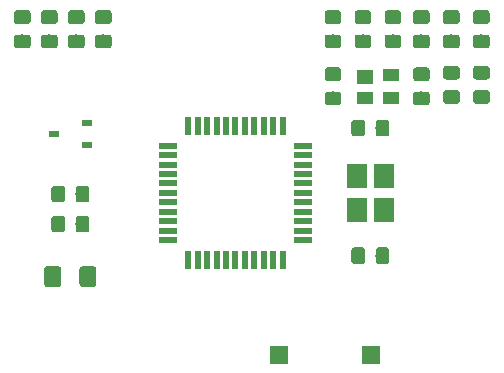
<source format=gbr>
%TF.GenerationSoftware,KiCad,Pcbnew,(5.1.2)-2*%
%TF.CreationDate,2020-04-26T17:29:46+08:00*%
%TF.ProjectId,wing-receiver-lite,77696e67-2d72-4656-9365-697665722d6c,rev?*%
%TF.SameCoordinates,Original*%
%TF.FileFunction,Paste,Top*%
%TF.FilePolarity,Positive*%
%FSLAX46Y46*%
G04 Gerber Fmt 4.6, Leading zero omitted, Abs format (unit mm)*
G04 Created by KiCad (PCBNEW (5.1.2)-2) date 2020-04-26 17:29:46*
%MOMM*%
%LPD*%
G04 APERTURE LIST*
%ADD10C,0.350000*%
%ADD11C,1.150000*%
%ADD12R,1.400000X1.000000*%
%ADD13R,1.400000X1.200000*%
%ADD14R,1.800000X2.100000*%
%ADD15R,1.500000X0.550000*%
%ADD16R,0.550000X1.500000*%
%ADD17R,1.500000X1.500000*%
%ADD18C,1.425000*%
%ADD19R,0.900000X0.600000*%
G04 APERTURE END LIST*
D10*
G36*
X119102505Y-90108804D02*
G01*
X119126773Y-90112404D01*
X119150572Y-90118365D01*
X119173671Y-90126630D01*
X119195850Y-90137120D01*
X119216893Y-90149732D01*
X119236599Y-90164347D01*
X119254777Y-90180823D01*
X119271253Y-90199001D01*
X119285868Y-90218707D01*
X119298480Y-90239750D01*
X119308970Y-90261929D01*
X119317235Y-90285028D01*
X119323196Y-90308827D01*
X119326796Y-90333095D01*
X119328000Y-90357599D01*
X119328000Y-91007601D01*
X119326796Y-91032105D01*
X119323196Y-91056373D01*
X119317235Y-91080172D01*
X119308970Y-91103271D01*
X119298480Y-91125450D01*
X119285868Y-91146493D01*
X119271253Y-91166199D01*
X119254777Y-91184377D01*
X119236599Y-91200853D01*
X119216893Y-91215468D01*
X119195850Y-91228080D01*
X119173671Y-91238570D01*
X119150572Y-91246835D01*
X119126773Y-91252796D01*
X119102505Y-91256396D01*
X119078001Y-91257600D01*
X118177999Y-91257600D01*
X118153495Y-91256396D01*
X118129227Y-91252796D01*
X118105428Y-91246835D01*
X118082329Y-91238570D01*
X118060150Y-91228080D01*
X118039107Y-91215468D01*
X118019401Y-91200853D01*
X118001223Y-91184377D01*
X117984747Y-91166199D01*
X117970132Y-91146493D01*
X117957520Y-91125450D01*
X117947030Y-91103271D01*
X117938765Y-91080172D01*
X117932804Y-91056373D01*
X117929204Y-91032105D01*
X117928000Y-91007601D01*
X117928000Y-90357599D01*
X117929204Y-90333095D01*
X117932804Y-90308827D01*
X117938765Y-90285028D01*
X117947030Y-90261929D01*
X117957520Y-90239750D01*
X117970132Y-90218707D01*
X117984747Y-90199001D01*
X118001223Y-90180823D01*
X118019401Y-90164347D01*
X118039107Y-90149732D01*
X118060150Y-90137120D01*
X118082329Y-90126630D01*
X118105428Y-90118365D01*
X118129227Y-90112404D01*
X118153495Y-90108804D01*
X118177999Y-90107600D01*
X119078001Y-90107600D01*
X119102505Y-90108804D01*
X119102505Y-90108804D01*
G37*
D11*
X118628000Y-90682600D03*
D10*
G36*
X119102505Y-92158804D02*
G01*
X119126773Y-92162404D01*
X119150572Y-92168365D01*
X119173671Y-92176630D01*
X119195850Y-92187120D01*
X119216893Y-92199732D01*
X119236599Y-92214347D01*
X119254777Y-92230823D01*
X119271253Y-92249001D01*
X119285868Y-92268707D01*
X119298480Y-92289750D01*
X119308970Y-92311929D01*
X119317235Y-92335028D01*
X119323196Y-92358827D01*
X119326796Y-92383095D01*
X119328000Y-92407599D01*
X119328000Y-93057601D01*
X119326796Y-93082105D01*
X119323196Y-93106373D01*
X119317235Y-93130172D01*
X119308970Y-93153271D01*
X119298480Y-93175450D01*
X119285868Y-93196493D01*
X119271253Y-93216199D01*
X119254777Y-93234377D01*
X119236599Y-93250853D01*
X119216893Y-93265468D01*
X119195850Y-93278080D01*
X119173671Y-93288570D01*
X119150572Y-93296835D01*
X119126773Y-93302796D01*
X119102505Y-93306396D01*
X119078001Y-93307600D01*
X118177999Y-93307600D01*
X118153495Y-93306396D01*
X118129227Y-93302796D01*
X118105428Y-93296835D01*
X118082329Y-93288570D01*
X118060150Y-93278080D01*
X118039107Y-93265468D01*
X118019401Y-93250853D01*
X118001223Y-93234377D01*
X117984747Y-93216199D01*
X117970132Y-93196493D01*
X117957520Y-93175450D01*
X117947030Y-93153271D01*
X117938765Y-93130172D01*
X117932804Y-93106373D01*
X117929204Y-93082105D01*
X117928000Y-93057601D01*
X117928000Y-92407599D01*
X117929204Y-92383095D01*
X117932804Y-92358827D01*
X117938765Y-92335028D01*
X117947030Y-92311929D01*
X117957520Y-92289750D01*
X117970132Y-92268707D01*
X117984747Y-92249001D01*
X118001223Y-92230823D01*
X118019401Y-92214347D01*
X118039107Y-92199732D01*
X118060150Y-92187120D01*
X118082329Y-92176630D01*
X118105428Y-92168365D01*
X118129227Y-92162404D01*
X118153495Y-92158804D01*
X118177999Y-92157600D01*
X119078001Y-92157600D01*
X119102505Y-92158804D01*
X119102505Y-92158804D01*
G37*
D11*
X118628000Y-92732600D03*
D10*
G36*
X124182505Y-89981804D02*
G01*
X124206773Y-89985404D01*
X124230572Y-89991365D01*
X124253671Y-89999630D01*
X124275850Y-90010120D01*
X124296893Y-90022732D01*
X124316599Y-90037347D01*
X124334777Y-90053823D01*
X124351253Y-90072001D01*
X124365868Y-90091707D01*
X124378480Y-90112750D01*
X124388970Y-90134929D01*
X124397235Y-90158028D01*
X124403196Y-90181827D01*
X124406796Y-90206095D01*
X124408000Y-90230599D01*
X124408000Y-90880601D01*
X124406796Y-90905105D01*
X124403196Y-90929373D01*
X124397235Y-90953172D01*
X124388970Y-90976271D01*
X124378480Y-90998450D01*
X124365868Y-91019493D01*
X124351253Y-91039199D01*
X124334777Y-91057377D01*
X124316599Y-91073853D01*
X124296893Y-91088468D01*
X124275850Y-91101080D01*
X124253671Y-91111570D01*
X124230572Y-91119835D01*
X124206773Y-91125796D01*
X124182505Y-91129396D01*
X124158001Y-91130600D01*
X123257999Y-91130600D01*
X123233495Y-91129396D01*
X123209227Y-91125796D01*
X123185428Y-91119835D01*
X123162329Y-91111570D01*
X123140150Y-91101080D01*
X123119107Y-91088468D01*
X123099401Y-91073853D01*
X123081223Y-91057377D01*
X123064747Y-91039199D01*
X123050132Y-91019493D01*
X123037520Y-90998450D01*
X123027030Y-90976271D01*
X123018765Y-90953172D01*
X123012804Y-90929373D01*
X123009204Y-90905105D01*
X123008000Y-90880601D01*
X123008000Y-90230599D01*
X123009204Y-90206095D01*
X123012804Y-90181827D01*
X123018765Y-90158028D01*
X123027030Y-90134929D01*
X123037520Y-90112750D01*
X123050132Y-90091707D01*
X123064747Y-90072001D01*
X123081223Y-90053823D01*
X123099401Y-90037347D01*
X123119107Y-90022732D01*
X123140150Y-90010120D01*
X123162329Y-89999630D01*
X123185428Y-89991365D01*
X123209227Y-89985404D01*
X123233495Y-89981804D01*
X123257999Y-89980600D01*
X124158001Y-89980600D01*
X124182505Y-89981804D01*
X124182505Y-89981804D01*
G37*
D11*
X123708000Y-90555600D03*
D10*
G36*
X124182505Y-92031804D02*
G01*
X124206773Y-92035404D01*
X124230572Y-92041365D01*
X124253671Y-92049630D01*
X124275850Y-92060120D01*
X124296893Y-92072732D01*
X124316599Y-92087347D01*
X124334777Y-92103823D01*
X124351253Y-92122001D01*
X124365868Y-92141707D01*
X124378480Y-92162750D01*
X124388970Y-92184929D01*
X124397235Y-92208028D01*
X124403196Y-92231827D01*
X124406796Y-92256095D01*
X124408000Y-92280599D01*
X124408000Y-92930601D01*
X124406796Y-92955105D01*
X124403196Y-92979373D01*
X124397235Y-93003172D01*
X124388970Y-93026271D01*
X124378480Y-93048450D01*
X124365868Y-93069493D01*
X124351253Y-93089199D01*
X124334777Y-93107377D01*
X124316599Y-93123853D01*
X124296893Y-93138468D01*
X124275850Y-93151080D01*
X124253671Y-93161570D01*
X124230572Y-93169835D01*
X124206773Y-93175796D01*
X124182505Y-93179396D01*
X124158001Y-93180600D01*
X123257999Y-93180600D01*
X123233495Y-93179396D01*
X123209227Y-93175796D01*
X123185428Y-93169835D01*
X123162329Y-93161570D01*
X123140150Y-93151080D01*
X123119107Y-93138468D01*
X123099401Y-93123853D01*
X123081223Y-93107377D01*
X123064747Y-93089199D01*
X123050132Y-93069493D01*
X123037520Y-93048450D01*
X123027030Y-93026271D01*
X123018765Y-93003172D01*
X123012804Y-92979373D01*
X123009204Y-92955105D01*
X123008000Y-92930601D01*
X123008000Y-92280599D01*
X123009204Y-92256095D01*
X123012804Y-92231827D01*
X123018765Y-92208028D01*
X123027030Y-92184929D01*
X123037520Y-92162750D01*
X123050132Y-92141707D01*
X123064747Y-92122001D01*
X123081223Y-92103823D01*
X123099401Y-92087347D01*
X123119107Y-92072732D01*
X123140150Y-92060120D01*
X123162329Y-92049630D01*
X123185428Y-92041365D01*
X123209227Y-92035404D01*
X123233495Y-92031804D01*
X123257999Y-92030600D01*
X124158001Y-92030600D01*
X124182505Y-92031804D01*
X124182505Y-92031804D01*
G37*
D11*
X123708000Y-92605600D03*
D12*
X116045000Y-90757600D03*
X116045000Y-92657600D03*
X113845000Y-92657600D03*
D13*
X113845000Y-90937600D03*
D10*
G36*
X121642505Y-92031804D02*
G01*
X121666773Y-92035404D01*
X121690572Y-92041365D01*
X121713671Y-92049630D01*
X121735850Y-92060120D01*
X121756893Y-92072732D01*
X121776599Y-92087347D01*
X121794777Y-92103823D01*
X121811253Y-92122001D01*
X121825868Y-92141707D01*
X121838480Y-92162750D01*
X121848970Y-92184929D01*
X121857235Y-92208028D01*
X121863196Y-92231827D01*
X121866796Y-92256095D01*
X121868000Y-92280599D01*
X121868000Y-92930601D01*
X121866796Y-92955105D01*
X121863196Y-92979373D01*
X121857235Y-93003172D01*
X121848970Y-93026271D01*
X121838480Y-93048450D01*
X121825868Y-93069493D01*
X121811253Y-93089199D01*
X121794777Y-93107377D01*
X121776599Y-93123853D01*
X121756893Y-93138468D01*
X121735850Y-93151080D01*
X121713671Y-93161570D01*
X121690572Y-93169835D01*
X121666773Y-93175796D01*
X121642505Y-93179396D01*
X121618001Y-93180600D01*
X120717999Y-93180600D01*
X120693495Y-93179396D01*
X120669227Y-93175796D01*
X120645428Y-93169835D01*
X120622329Y-93161570D01*
X120600150Y-93151080D01*
X120579107Y-93138468D01*
X120559401Y-93123853D01*
X120541223Y-93107377D01*
X120524747Y-93089199D01*
X120510132Y-93069493D01*
X120497520Y-93048450D01*
X120487030Y-93026271D01*
X120478765Y-93003172D01*
X120472804Y-92979373D01*
X120469204Y-92955105D01*
X120468000Y-92930601D01*
X120468000Y-92280599D01*
X120469204Y-92256095D01*
X120472804Y-92231827D01*
X120478765Y-92208028D01*
X120487030Y-92184929D01*
X120497520Y-92162750D01*
X120510132Y-92141707D01*
X120524747Y-92122001D01*
X120541223Y-92103823D01*
X120559401Y-92087347D01*
X120579107Y-92072732D01*
X120600150Y-92060120D01*
X120622329Y-92049630D01*
X120645428Y-92041365D01*
X120669227Y-92035404D01*
X120693495Y-92031804D01*
X120717999Y-92030600D01*
X121618001Y-92030600D01*
X121642505Y-92031804D01*
X121642505Y-92031804D01*
G37*
D11*
X121168000Y-92605600D03*
D10*
G36*
X121642505Y-89981804D02*
G01*
X121666773Y-89985404D01*
X121690572Y-89991365D01*
X121713671Y-89999630D01*
X121735850Y-90010120D01*
X121756893Y-90022732D01*
X121776599Y-90037347D01*
X121794777Y-90053823D01*
X121811253Y-90072001D01*
X121825868Y-90091707D01*
X121838480Y-90112750D01*
X121848970Y-90134929D01*
X121857235Y-90158028D01*
X121863196Y-90181827D01*
X121866796Y-90206095D01*
X121868000Y-90230599D01*
X121868000Y-90880601D01*
X121866796Y-90905105D01*
X121863196Y-90929373D01*
X121857235Y-90953172D01*
X121848970Y-90976271D01*
X121838480Y-90998450D01*
X121825868Y-91019493D01*
X121811253Y-91039199D01*
X121794777Y-91057377D01*
X121776599Y-91073853D01*
X121756893Y-91088468D01*
X121735850Y-91101080D01*
X121713671Y-91111570D01*
X121690572Y-91119835D01*
X121666773Y-91125796D01*
X121642505Y-91129396D01*
X121618001Y-91130600D01*
X120717999Y-91130600D01*
X120693495Y-91129396D01*
X120669227Y-91125796D01*
X120645428Y-91119835D01*
X120622329Y-91111570D01*
X120600150Y-91101080D01*
X120579107Y-91088468D01*
X120559401Y-91073853D01*
X120541223Y-91057377D01*
X120524747Y-91039199D01*
X120510132Y-91019493D01*
X120497520Y-90998450D01*
X120487030Y-90976271D01*
X120478765Y-90953172D01*
X120472804Y-90929373D01*
X120469204Y-90905105D01*
X120468000Y-90880601D01*
X120468000Y-90230599D01*
X120469204Y-90206095D01*
X120472804Y-90181827D01*
X120478765Y-90158028D01*
X120487030Y-90134929D01*
X120497520Y-90112750D01*
X120510132Y-90091707D01*
X120524747Y-90072001D01*
X120541223Y-90053823D01*
X120559401Y-90037347D01*
X120579107Y-90022732D01*
X120600150Y-90010120D01*
X120622329Y-89999630D01*
X120645428Y-89991365D01*
X120669227Y-89985404D01*
X120693495Y-89981804D01*
X120717999Y-89980600D01*
X121618001Y-89980600D01*
X121642505Y-89981804D01*
X121642505Y-89981804D01*
G37*
D11*
X121168000Y-90555600D03*
D10*
G36*
X113624505Y-105346204D02*
G01*
X113648773Y-105349804D01*
X113672572Y-105355765D01*
X113695671Y-105364030D01*
X113717850Y-105374520D01*
X113738893Y-105387132D01*
X113758599Y-105401747D01*
X113776777Y-105418223D01*
X113793253Y-105436401D01*
X113807868Y-105456107D01*
X113820480Y-105477150D01*
X113830970Y-105499329D01*
X113839235Y-105522428D01*
X113845196Y-105546227D01*
X113848796Y-105570495D01*
X113850000Y-105594999D01*
X113850000Y-106495001D01*
X113848796Y-106519505D01*
X113845196Y-106543773D01*
X113839235Y-106567572D01*
X113830970Y-106590671D01*
X113820480Y-106612850D01*
X113807868Y-106633893D01*
X113793253Y-106653599D01*
X113776777Y-106671777D01*
X113758599Y-106688253D01*
X113738893Y-106702868D01*
X113717850Y-106715480D01*
X113695671Y-106725970D01*
X113672572Y-106734235D01*
X113648773Y-106740196D01*
X113624505Y-106743796D01*
X113600001Y-106745000D01*
X112949999Y-106745000D01*
X112925495Y-106743796D01*
X112901227Y-106740196D01*
X112877428Y-106734235D01*
X112854329Y-106725970D01*
X112832150Y-106715480D01*
X112811107Y-106702868D01*
X112791401Y-106688253D01*
X112773223Y-106671777D01*
X112756747Y-106653599D01*
X112742132Y-106633893D01*
X112729520Y-106612850D01*
X112719030Y-106590671D01*
X112710765Y-106567572D01*
X112704804Y-106543773D01*
X112701204Y-106519505D01*
X112700000Y-106495001D01*
X112700000Y-105594999D01*
X112701204Y-105570495D01*
X112704804Y-105546227D01*
X112710765Y-105522428D01*
X112719030Y-105499329D01*
X112729520Y-105477150D01*
X112742132Y-105456107D01*
X112756747Y-105436401D01*
X112773223Y-105418223D01*
X112791401Y-105401747D01*
X112811107Y-105387132D01*
X112832150Y-105374520D01*
X112854329Y-105364030D01*
X112877428Y-105355765D01*
X112901227Y-105349804D01*
X112925495Y-105346204D01*
X112949999Y-105345000D01*
X113600001Y-105345000D01*
X113624505Y-105346204D01*
X113624505Y-105346204D01*
G37*
D11*
X113275000Y-106045000D03*
D10*
G36*
X115674505Y-105346204D02*
G01*
X115698773Y-105349804D01*
X115722572Y-105355765D01*
X115745671Y-105364030D01*
X115767850Y-105374520D01*
X115788893Y-105387132D01*
X115808599Y-105401747D01*
X115826777Y-105418223D01*
X115843253Y-105436401D01*
X115857868Y-105456107D01*
X115870480Y-105477150D01*
X115880970Y-105499329D01*
X115889235Y-105522428D01*
X115895196Y-105546227D01*
X115898796Y-105570495D01*
X115900000Y-105594999D01*
X115900000Y-106495001D01*
X115898796Y-106519505D01*
X115895196Y-106543773D01*
X115889235Y-106567572D01*
X115880970Y-106590671D01*
X115870480Y-106612850D01*
X115857868Y-106633893D01*
X115843253Y-106653599D01*
X115826777Y-106671777D01*
X115808599Y-106688253D01*
X115788893Y-106702868D01*
X115767850Y-106715480D01*
X115745671Y-106725970D01*
X115722572Y-106734235D01*
X115698773Y-106740196D01*
X115674505Y-106743796D01*
X115650001Y-106745000D01*
X114999999Y-106745000D01*
X114975495Y-106743796D01*
X114951227Y-106740196D01*
X114927428Y-106734235D01*
X114904329Y-106725970D01*
X114882150Y-106715480D01*
X114861107Y-106702868D01*
X114841401Y-106688253D01*
X114823223Y-106671777D01*
X114806747Y-106653599D01*
X114792132Y-106633893D01*
X114779520Y-106612850D01*
X114769030Y-106590671D01*
X114760765Y-106567572D01*
X114754804Y-106543773D01*
X114751204Y-106519505D01*
X114750000Y-106495001D01*
X114750000Y-105594999D01*
X114751204Y-105570495D01*
X114754804Y-105546227D01*
X114760765Y-105522428D01*
X114769030Y-105499329D01*
X114779520Y-105477150D01*
X114792132Y-105456107D01*
X114806747Y-105436401D01*
X114823223Y-105418223D01*
X114841401Y-105401747D01*
X114861107Y-105387132D01*
X114882150Y-105374520D01*
X114904329Y-105364030D01*
X114927428Y-105355765D01*
X114951227Y-105349804D01*
X114975495Y-105346204D01*
X114999999Y-105345000D01*
X115650001Y-105345000D01*
X115674505Y-105346204D01*
X115674505Y-105346204D01*
G37*
D11*
X115325000Y-106045000D03*
D14*
X115460000Y-99275000D03*
X115460000Y-102175000D03*
X113160000Y-102175000D03*
X113160000Y-99275000D03*
D10*
G36*
X111609505Y-90108804D02*
G01*
X111633773Y-90112404D01*
X111657572Y-90118365D01*
X111680671Y-90126630D01*
X111702850Y-90137120D01*
X111723893Y-90149732D01*
X111743599Y-90164347D01*
X111761777Y-90180823D01*
X111778253Y-90199001D01*
X111792868Y-90218707D01*
X111805480Y-90239750D01*
X111815970Y-90261929D01*
X111824235Y-90285028D01*
X111830196Y-90308827D01*
X111833796Y-90333095D01*
X111835000Y-90357599D01*
X111835000Y-91007601D01*
X111833796Y-91032105D01*
X111830196Y-91056373D01*
X111824235Y-91080172D01*
X111815970Y-91103271D01*
X111805480Y-91125450D01*
X111792868Y-91146493D01*
X111778253Y-91166199D01*
X111761777Y-91184377D01*
X111743599Y-91200853D01*
X111723893Y-91215468D01*
X111702850Y-91228080D01*
X111680671Y-91238570D01*
X111657572Y-91246835D01*
X111633773Y-91252796D01*
X111609505Y-91256396D01*
X111585001Y-91257600D01*
X110684999Y-91257600D01*
X110660495Y-91256396D01*
X110636227Y-91252796D01*
X110612428Y-91246835D01*
X110589329Y-91238570D01*
X110567150Y-91228080D01*
X110546107Y-91215468D01*
X110526401Y-91200853D01*
X110508223Y-91184377D01*
X110491747Y-91166199D01*
X110477132Y-91146493D01*
X110464520Y-91125450D01*
X110454030Y-91103271D01*
X110445765Y-91080172D01*
X110439804Y-91056373D01*
X110436204Y-91032105D01*
X110435000Y-91007601D01*
X110435000Y-90357599D01*
X110436204Y-90333095D01*
X110439804Y-90308827D01*
X110445765Y-90285028D01*
X110454030Y-90261929D01*
X110464520Y-90239750D01*
X110477132Y-90218707D01*
X110491747Y-90199001D01*
X110508223Y-90180823D01*
X110526401Y-90164347D01*
X110546107Y-90149732D01*
X110567150Y-90137120D01*
X110589329Y-90126630D01*
X110612428Y-90118365D01*
X110636227Y-90112404D01*
X110660495Y-90108804D01*
X110684999Y-90107600D01*
X111585001Y-90107600D01*
X111609505Y-90108804D01*
X111609505Y-90108804D01*
G37*
D11*
X111135000Y-90682600D03*
D10*
G36*
X111609505Y-92158804D02*
G01*
X111633773Y-92162404D01*
X111657572Y-92168365D01*
X111680671Y-92176630D01*
X111702850Y-92187120D01*
X111723893Y-92199732D01*
X111743599Y-92214347D01*
X111761777Y-92230823D01*
X111778253Y-92249001D01*
X111792868Y-92268707D01*
X111805480Y-92289750D01*
X111815970Y-92311929D01*
X111824235Y-92335028D01*
X111830196Y-92358827D01*
X111833796Y-92383095D01*
X111835000Y-92407599D01*
X111835000Y-93057601D01*
X111833796Y-93082105D01*
X111830196Y-93106373D01*
X111824235Y-93130172D01*
X111815970Y-93153271D01*
X111805480Y-93175450D01*
X111792868Y-93196493D01*
X111778253Y-93216199D01*
X111761777Y-93234377D01*
X111743599Y-93250853D01*
X111723893Y-93265468D01*
X111702850Y-93278080D01*
X111680671Y-93288570D01*
X111657572Y-93296835D01*
X111633773Y-93302796D01*
X111609505Y-93306396D01*
X111585001Y-93307600D01*
X110684999Y-93307600D01*
X110660495Y-93306396D01*
X110636227Y-93302796D01*
X110612428Y-93296835D01*
X110589329Y-93288570D01*
X110567150Y-93278080D01*
X110546107Y-93265468D01*
X110526401Y-93250853D01*
X110508223Y-93234377D01*
X110491747Y-93216199D01*
X110477132Y-93196493D01*
X110464520Y-93175450D01*
X110454030Y-93153271D01*
X110445765Y-93130172D01*
X110439804Y-93106373D01*
X110436204Y-93082105D01*
X110435000Y-93057601D01*
X110435000Y-92407599D01*
X110436204Y-92383095D01*
X110439804Y-92358827D01*
X110445765Y-92335028D01*
X110454030Y-92311929D01*
X110464520Y-92289750D01*
X110477132Y-92268707D01*
X110491747Y-92249001D01*
X110508223Y-92230823D01*
X110526401Y-92214347D01*
X110546107Y-92199732D01*
X110567150Y-92187120D01*
X110589329Y-92176630D01*
X110612428Y-92168365D01*
X110636227Y-92162404D01*
X110660495Y-92158804D01*
X110684999Y-92157600D01*
X111585001Y-92157600D01*
X111609505Y-92158804D01*
X111609505Y-92158804D01*
G37*
D11*
X111135000Y-92732600D03*
D15*
X97180000Y-104725000D03*
X97180000Y-103925000D03*
X97180000Y-103125000D03*
X97180000Y-102325000D03*
X97180000Y-101525000D03*
X97180000Y-100725000D03*
X97180000Y-99925000D03*
X97180000Y-99125000D03*
X97180000Y-98325000D03*
X97180000Y-97525000D03*
X97180000Y-96725000D03*
D16*
X98880000Y-95025000D03*
X99680000Y-95025000D03*
X100480000Y-95025000D03*
X101280000Y-95025000D03*
X102080000Y-95025000D03*
X102880000Y-95025000D03*
X103680000Y-95025000D03*
X104480000Y-95025000D03*
X105280000Y-95025000D03*
X106080000Y-95025000D03*
X106880000Y-95025000D03*
D15*
X108580000Y-96725000D03*
X108580000Y-97525000D03*
X108580000Y-98325000D03*
X108580000Y-99125000D03*
X108580000Y-99925000D03*
X108580000Y-100725000D03*
X108580000Y-101525000D03*
X108580000Y-102325000D03*
X108580000Y-103125000D03*
X108580000Y-103925000D03*
X108580000Y-104725000D03*
D16*
X106880000Y-106425000D03*
X106080000Y-106425000D03*
X105280000Y-106425000D03*
X104480000Y-106425000D03*
X103680000Y-106425000D03*
X102880000Y-106425000D03*
X102080000Y-106425000D03*
X101280000Y-106425000D03*
X100480000Y-106425000D03*
X99680000Y-106425000D03*
X98880000Y-106425000D03*
D10*
G36*
X115674505Y-94551204D02*
G01*
X115698773Y-94554804D01*
X115722572Y-94560765D01*
X115745671Y-94569030D01*
X115767850Y-94579520D01*
X115788893Y-94592132D01*
X115808599Y-94606747D01*
X115826777Y-94623223D01*
X115843253Y-94641401D01*
X115857868Y-94661107D01*
X115870480Y-94682150D01*
X115880970Y-94704329D01*
X115889235Y-94727428D01*
X115895196Y-94751227D01*
X115898796Y-94775495D01*
X115900000Y-94799999D01*
X115900000Y-95700001D01*
X115898796Y-95724505D01*
X115895196Y-95748773D01*
X115889235Y-95772572D01*
X115880970Y-95795671D01*
X115870480Y-95817850D01*
X115857868Y-95838893D01*
X115843253Y-95858599D01*
X115826777Y-95876777D01*
X115808599Y-95893253D01*
X115788893Y-95907868D01*
X115767850Y-95920480D01*
X115745671Y-95930970D01*
X115722572Y-95939235D01*
X115698773Y-95945196D01*
X115674505Y-95948796D01*
X115650001Y-95950000D01*
X114999999Y-95950000D01*
X114975495Y-95948796D01*
X114951227Y-95945196D01*
X114927428Y-95939235D01*
X114904329Y-95930970D01*
X114882150Y-95920480D01*
X114861107Y-95907868D01*
X114841401Y-95893253D01*
X114823223Y-95876777D01*
X114806747Y-95858599D01*
X114792132Y-95838893D01*
X114779520Y-95817850D01*
X114769030Y-95795671D01*
X114760765Y-95772572D01*
X114754804Y-95748773D01*
X114751204Y-95724505D01*
X114750000Y-95700001D01*
X114750000Y-94799999D01*
X114751204Y-94775495D01*
X114754804Y-94751227D01*
X114760765Y-94727428D01*
X114769030Y-94704329D01*
X114779520Y-94682150D01*
X114792132Y-94661107D01*
X114806747Y-94641401D01*
X114823223Y-94623223D01*
X114841401Y-94606747D01*
X114861107Y-94592132D01*
X114882150Y-94579520D01*
X114904329Y-94569030D01*
X114927428Y-94560765D01*
X114951227Y-94554804D01*
X114975495Y-94551204D01*
X114999999Y-94550000D01*
X115650001Y-94550000D01*
X115674505Y-94551204D01*
X115674505Y-94551204D01*
G37*
D11*
X115325000Y-95250000D03*
D10*
G36*
X113624505Y-94551204D02*
G01*
X113648773Y-94554804D01*
X113672572Y-94560765D01*
X113695671Y-94569030D01*
X113717850Y-94579520D01*
X113738893Y-94592132D01*
X113758599Y-94606747D01*
X113776777Y-94623223D01*
X113793253Y-94641401D01*
X113807868Y-94661107D01*
X113820480Y-94682150D01*
X113830970Y-94704329D01*
X113839235Y-94727428D01*
X113845196Y-94751227D01*
X113848796Y-94775495D01*
X113850000Y-94799999D01*
X113850000Y-95700001D01*
X113848796Y-95724505D01*
X113845196Y-95748773D01*
X113839235Y-95772572D01*
X113830970Y-95795671D01*
X113820480Y-95817850D01*
X113807868Y-95838893D01*
X113793253Y-95858599D01*
X113776777Y-95876777D01*
X113758599Y-95893253D01*
X113738893Y-95907868D01*
X113717850Y-95920480D01*
X113695671Y-95930970D01*
X113672572Y-95939235D01*
X113648773Y-95945196D01*
X113624505Y-95948796D01*
X113600001Y-95950000D01*
X112949999Y-95950000D01*
X112925495Y-95948796D01*
X112901227Y-95945196D01*
X112877428Y-95939235D01*
X112854329Y-95930970D01*
X112832150Y-95920480D01*
X112811107Y-95907868D01*
X112791401Y-95893253D01*
X112773223Y-95876777D01*
X112756747Y-95858599D01*
X112742132Y-95838893D01*
X112729520Y-95817850D01*
X112719030Y-95795671D01*
X112710765Y-95772572D01*
X112704804Y-95748773D01*
X112701204Y-95724505D01*
X112700000Y-95700001D01*
X112700000Y-94799999D01*
X112701204Y-94775495D01*
X112704804Y-94751227D01*
X112710765Y-94727428D01*
X112719030Y-94704329D01*
X112729520Y-94682150D01*
X112742132Y-94661107D01*
X112756747Y-94641401D01*
X112773223Y-94623223D01*
X112791401Y-94606747D01*
X112811107Y-94592132D01*
X112832150Y-94579520D01*
X112854329Y-94569030D01*
X112877428Y-94560765D01*
X112901227Y-94554804D01*
X112925495Y-94551204D01*
X112949999Y-94550000D01*
X113600001Y-94550000D01*
X113624505Y-94551204D01*
X113624505Y-94551204D01*
G37*
D11*
X113275000Y-95250000D03*
D17*
X114349000Y-114473000D03*
X106549000Y-114473000D03*
D10*
G36*
X116679505Y-87319204D02*
G01*
X116703773Y-87322804D01*
X116727572Y-87328765D01*
X116750671Y-87337030D01*
X116772850Y-87347520D01*
X116793893Y-87360132D01*
X116813599Y-87374747D01*
X116831777Y-87391223D01*
X116848253Y-87409401D01*
X116862868Y-87429107D01*
X116875480Y-87450150D01*
X116885970Y-87472329D01*
X116894235Y-87495428D01*
X116900196Y-87519227D01*
X116903796Y-87543495D01*
X116905000Y-87567999D01*
X116905000Y-88218001D01*
X116903796Y-88242505D01*
X116900196Y-88266773D01*
X116894235Y-88290572D01*
X116885970Y-88313671D01*
X116875480Y-88335850D01*
X116862868Y-88356893D01*
X116848253Y-88376599D01*
X116831777Y-88394777D01*
X116813599Y-88411253D01*
X116793893Y-88425868D01*
X116772850Y-88438480D01*
X116750671Y-88448970D01*
X116727572Y-88457235D01*
X116703773Y-88463196D01*
X116679505Y-88466796D01*
X116655001Y-88468000D01*
X115754999Y-88468000D01*
X115730495Y-88466796D01*
X115706227Y-88463196D01*
X115682428Y-88457235D01*
X115659329Y-88448970D01*
X115637150Y-88438480D01*
X115616107Y-88425868D01*
X115596401Y-88411253D01*
X115578223Y-88394777D01*
X115561747Y-88376599D01*
X115547132Y-88356893D01*
X115534520Y-88335850D01*
X115524030Y-88313671D01*
X115515765Y-88290572D01*
X115509804Y-88266773D01*
X115506204Y-88242505D01*
X115505000Y-88218001D01*
X115505000Y-87567999D01*
X115506204Y-87543495D01*
X115509804Y-87519227D01*
X115515765Y-87495428D01*
X115524030Y-87472329D01*
X115534520Y-87450150D01*
X115547132Y-87429107D01*
X115561747Y-87409401D01*
X115578223Y-87391223D01*
X115596401Y-87374747D01*
X115616107Y-87360132D01*
X115637150Y-87347520D01*
X115659329Y-87337030D01*
X115682428Y-87328765D01*
X115706227Y-87322804D01*
X115730495Y-87319204D01*
X115754999Y-87318000D01*
X116655001Y-87318000D01*
X116679505Y-87319204D01*
X116679505Y-87319204D01*
G37*
D11*
X116205000Y-87893000D03*
D10*
G36*
X116679505Y-85269204D02*
G01*
X116703773Y-85272804D01*
X116727572Y-85278765D01*
X116750671Y-85287030D01*
X116772850Y-85297520D01*
X116793893Y-85310132D01*
X116813599Y-85324747D01*
X116831777Y-85341223D01*
X116848253Y-85359401D01*
X116862868Y-85379107D01*
X116875480Y-85400150D01*
X116885970Y-85422329D01*
X116894235Y-85445428D01*
X116900196Y-85469227D01*
X116903796Y-85493495D01*
X116905000Y-85517999D01*
X116905000Y-86168001D01*
X116903796Y-86192505D01*
X116900196Y-86216773D01*
X116894235Y-86240572D01*
X116885970Y-86263671D01*
X116875480Y-86285850D01*
X116862868Y-86306893D01*
X116848253Y-86326599D01*
X116831777Y-86344777D01*
X116813599Y-86361253D01*
X116793893Y-86375868D01*
X116772850Y-86388480D01*
X116750671Y-86398970D01*
X116727572Y-86407235D01*
X116703773Y-86413196D01*
X116679505Y-86416796D01*
X116655001Y-86418000D01*
X115754999Y-86418000D01*
X115730495Y-86416796D01*
X115706227Y-86413196D01*
X115682428Y-86407235D01*
X115659329Y-86398970D01*
X115637150Y-86388480D01*
X115616107Y-86375868D01*
X115596401Y-86361253D01*
X115578223Y-86344777D01*
X115561747Y-86326599D01*
X115547132Y-86306893D01*
X115534520Y-86285850D01*
X115524030Y-86263671D01*
X115515765Y-86240572D01*
X115509804Y-86216773D01*
X115506204Y-86192505D01*
X115505000Y-86168001D01*
X115505000Y-85517999D01*
X115506204Y-85493495D01*
X115509804Y-85469227D01*
X115515765Y-85445428D01*
X115524030Y-85422329D01*
X115534520Y-85400150D01*
X115547132Y-85379107D01*
X115561747Y-85359401D01*
X115578223Y-85341223D01*
X115596401Y-85324747D01*
X115616107Y-85310132D01*
X115637150Y-85297520D01*
X115659329Y-85287030D01*
X115682428Y-85278765D01*
X115706227Y-85272804D01*
X115730495Y-85269204D01*
X115754999Y-85268000D01*
X116655001Y-85268000D01*
X116679505Y-85269204D01*
X116679505Y-85269204D01*
G37*
D11*
X116205000Y-85843000D03*
D10*
G36*
X89882505Y-87319204D02*
G01*
X89906773Y-87322804D01*
X89930572Y-87328765D01*
X89953671Y-87337030D01*
X89975850Y-87347520D01*
X89996893Y-87360132D01*
X90016599Y-87374747D01*
X90034777Y-87391223D01*
X90051253Y-87409401D01*
X90065868Y-87429107D01*
X90078480Y-87450150D01*
X90088970Y-87472329D01*
X90097235Y-87495428D01*
X90103196Y-87519227D01*
X90106796Y-87543495D01*
X90108000Y-87567999D01*
X90108000Y-88218001D01*
X90106796Y-88242505D01*
X90103196Y-88266773D01*
X90097235Y-88290572D01*
X90088970Y-88313671D01*
X90078480Y-88335850D01*
X90065868Y-88356893D01*
X90051253Y-88376599D01*
X90034777Y-88394777D01*
X90016599Y-88411253D01*
X89996893Y-88425868D01*
X89975850Y-88438480D01*
X89953671Y-88448970D01*
X89930572Y-88457235D01*
X89906773Y-88463196D01*
X89882505Y-88466796D01*
X89858001Y-88468000D01*
X88957999Y-88468000D01*
X88933495Y-88466796D01*
X88909227Y-88463196D01*
X88885428Y-88457235D01*
X88862329Y-88448970D01*
X88840150Y-88438480D01*
X88819107Y-88425868D01*
X88799401Y-88411253D01*
X88781223Y-88394777D01*
X88764747Y-88376599D01*
X88750132Y-88356893D01*
X88737520Y-88335850D01*
X88727030Y-88313671D01*
X88718765Y-88290572D01*
X88712804Y-88266773D01*
X88709204Y-88242505D01*
X88708000Y-88218001D01*
X88708000Y-87567999D01*
X88709204Y-87543495D01*
X88712804Y-87519227D01*
X88718765Y-87495428D01*
X88727030Y-87472329D01*
X88737520Y-87450150D01*
X88750132Y-87429107D01*
X88764747Y-87409401D01*
X88781223Y-87391223D01*
X88799401Y-87374747D01*
X88819107Y-87360132D01*
X88840150Y-87347520D01*
X88862329Y-87337030D01*
X88885428Y-87328765D01*
X88909227Y-87322804D01*
X88933495Y-87319204D01*
X88957999Y-87318000D01*
X89858001Y-87318000D01*
X89882505Y-87319204D01*
X89882505Y-87319204D01*
G37*
D11*
X89408000Y-87893000D03*
D10*
G36*
X89882505Y-85269204D02*
G01*
X89906773Y-85272804D01*
X89930572Y-85278765D01*
X89953671Y-85287030D01*
X89975850Y-85297520D01*
X89996893Y-85310132D01*
X90016599Y-85324747D01*
X90034777Y-85341223D01*
X90051253Y-85359401D01*
X90065868Y-85379107D01*
X90078480Y-85400150D01*
X90088970Y-85422329D01*
X90097235Y-85445428D01*
X90103196Y-85469227D01*
X90106796Y-85493495D01*
X90108000Y-85517999D01*
X90108000Y-86168001D01*
X90106796Y-86192505D01*
X90103196Y-86216773D01*
X90097235Y-86240572D01*
X90088970Y-86263671D01*
X90078480Y-86285850D01*
X90065868Y-86306893D01*
X90051253Y-86326599D01*
X90034777Y-86344777D01*
X90016599Y-86361253D01*
X89996893Y-86375868D01*
X89975850Y-86388480D01*
X89953671Y-86398970D01*
X89930572Y-86407235D01*
X89906773Y-86413196D01*
X89882505Y-86416796D01*
X89858001Y-86418000D01*
X88957999Y-86418000D01*
X88933495Y-86416796D01*
X88909227Y-86413196D01*
X88885428Y-86407235D01*
X88862329Y-86398970D01*
X88840150Y-86388480D01*
X88819107Y-86375868D01*
X88799401Y-86361253D01*
X88781223Y-86344777D01*
X88764747Y-86326599D01*
X88750132Y-86306893D01*
X88737520Y-86285850D01*
X88727030Y-86263671D01*
X88718765Y-86240572D01*
X88712804Y-86216773D01*
X88709204Y-86192505D01*
X88708000Y-86168001D01*
X88708000Y-85517999D01*
X88709204Y-85493495D01*
X88712804Y-85469227D01*
X88718765Y-85445428D01*
X88727030Y-85422329D01*
X88737520Y-85400150D01*
X88750132Y-85379107D01*
X88764747Y-85359401D01*
X88781223Y-85341223D01*
X88799401Y-85324747D01*
X88819107Y-85310132D01*
X88840150Y-85297520D01*
X88862329Y-85287030D01*
X88885428Y-85278765D01*
X88909227Y-85272804D01*
X88933495Y-85269204D01*
X88957999Y-85268000D01*
X89858001Y-85268000D01*
X89882505Y-85269204D01*
X89882505Y-85269204D01*
G37*
D11*
X89408000Y-85843000D03*
D10*
G36*
X85310505Y-87319204D02*
G01*
X85334773Y-87322804D01*
X85358572Y-87328765D01*
X85381671Y-87337030D01*
X85403850Y-87347520D01*
X85424893Y-87360132D01*
X85444599Y-87374747D01*
X85462777Y-87391223D01*
X85479253Y-87409401D01*
X85493868Y-87429107D01*
X85506480Y-87450150D01*
X85516970Y-87472329D01*
X85525235Y-87495428D01*
X85531196Y-87519227D01*
X85534796Y-87543495D01*
X85536000Y-87567999D01*
X85536000Y-88218001D01*
X85534796Y-88242505D01*
X85531196Y-88266773D01*
X85525235Y-88290572D01*
X85516970Y-88313671D01*
X85506480Y-88335850D01*
X85493868Y-88356893D01*
X85479253Y-88376599D01*
X85462777Y-88394777D01*
X85444599Y-88411253D01*
X85424893Y-88425868D01*
X85403850Y-88438480D01*
X85381671Y-88448970D01*
X85358572Y-88457235D01*
X85334773Y-88463196D01*
X85310505Y-88466796D01*
X85286001Y-88468000D01*
X84385999Y-88468000D01*
X84361495Y-88466796D01*
X84337227Y-88463196D01*
X84313428Y-88457235D01*
X84290329Y-88448970D01*
X84268150Y-88438480D01*
X84247107Y-88425868D01*
X84227401Y-88411253D01*
X84209223Y-88394777D01*
X84192747Y-88376599D01*
X84178132Y-88356893D01*
X84165520Y-88335850D01*
X84155030Y-88313671D01*
X84146765Y-88290572D01*
X84140804Y-88266773D01*
X84137204Y-88242505D01*
X84136000Y-88218001D01*
X84136000Y-87567999D01*
X84137204Y-87543495D01*
X84140804Y-87519227D01*
X84146765Y-87495428D01*
X84155030Y-87472329D01*
X84165520Y-87450150D01*
X84178132Y-87429107D01*
X84192747Y-87409401D01*
X84209223Y-87391223D01*
X84227401Y-87374747D01*
X84247107Y-87360132D01*
X84268150Y-87347520D01*
X84290329Y-87337030D01*
X84313428Y-87328765D01*
X84337227Y-87322804D01*
X84361495Y-87319204D01*
X84385999Y-87318000D01*
X85286001Y-87318000D01*
X85310505Y-87319204D01*
X85310505Y-87319204D01*
G37*
D11*
X84836000Y-87893000D03*
D10*
G36*
X85310505Y-85269204D02*
G01*
X85334773Y-85272804D01*
X85358572Y-85278765D01*
X85381671Y-85287030D01*
X85403850Y-85297520D01*
X85424893Y-85310132D01*
X85444599Y-85324747D01*
X85462777Y-85341223D01*
X85479253Y-85359401D01*
X85493868Y-85379107D01*
X85506480Y-85400150D01*
X85516970Y-85422329D01*
X85525235Y-85445428D01*
X85531196Y-85469227D01*
X85534796Y-85493495D01*
X85536000Y-85517999D01*
X85536000Y-86168001D01*
X85534796Y-86192505D01*
X85531196Y-86216773D01*
X85525235Y-86240572D01*
X85516970Y-86263671D01*
X85506480Y-86285850D01*
X85493868Y-86306893D01*
X85479253Y-86326599D01*
X85462777Y-86344777D01*
X85444599Y-86361253D01*
X85424893Y-86375868D01*
X85403850Y-86388480D01*
X85381671Y-86398970D01*
X85358572Y-86407235D01*
X85334773Y-86413196D01*
X85310505Y-86416796D01*
X85286001Y-86418000D01*
X84385999Y-86418000D01*
X84361495Y-86416796D01*
X84337227Y-86413196D01*
X84313428Y-86407235D01*
X84290329Y-86398970D01*
X84268150Y-86388480D01*
X84247107Y-86375868D01*
X84227401Y-86361253D01*
X84209223Y-86344777D01*
X84192747Y-86326599D01*
X84178132Y-86306893D01*
X84165520Y-86285850D01*
X84155030Y-86263671D01*
X84146765Y-86240572D01*
X84140804Y-86216773D01*
X84137204Y-86192505D01*
X84136000Y-86168001D01*
X84136000Y-85517999D01*
X84137204Y-85493495D01*
X84140804Y-85469227D01*
X84146765Y-85445428D01*
X84155030Y-85422329D01*
X84165520Y-85400150D01*
X84178132Y-85379107D01*
X84192747Y-85359401D01*
X84209223Y-85341223D01*
X84227401Y-85324747D01*
X84247107Y-85310132D01*
X84268150Y-85297520D01*
X84290329Y-85287030D01*
X84313428Y-85278765D01*
X84337227Y-85272804D01*
X84361495Y-85269204D01*
X84385999Y-85268000D01*
X85286001Y-85268000D01*
X85310505Y-85269204D01*
X85310505Y-85269204D01*
G37*
D11*
X84836000Y-85843000D03*
D10*
G36*
X90274505Y-100139204D02*
G01*
X90298773Y-100142804D01*
X90322572Y-100148765D01*
X90345671Y-100157030D01*
X90367850Y-100167520D01*
X90388893Y-100180132D01*
X90408599Y-100194747D01*
X90426777Y-100211223D01*
X90443253Y-100229401D01*
X90457868Y-100249107D01*
X90470480Y-100270150D01*
X90480970Y-100292329D01*
X90489235Y-100315428D01*
X90495196Y-100339227D01*
X90498796Y-100363495D01*
X90500000Y-100387999D01*
X90500000Y-101288001D01*
X90498796Y-101312505D01*
X90495196Y-101336773D01*
X90489235Y-101360572D01*
X90480970Y-101383671D01*
X90470480Y-101405850D01*
X90457868Y-101426893D01*
X90443253Y-101446599D01*
X90426777Y-101464777D01*
X90408599Y-101481253D01*
X90388893Y-101495868D01*
X90367850Y-101508480D01*
X90345671Y-101518970D01*
X90322572Y-101527235D01*
X90298773Y-101533196D01*
X90274505Y-101536796D01*
X90250001Y-101538000D01*
X89599999Y-101538000D01*
X89575495Y-101536796D01*
X89551227Y-101533196D01*
X89527428Y-101527235D01*
X89504329Y-101518970D01*
X89482150Y-101508480D01*
X89461107Y-101495868D01*
X89441401Y-101481253D01*
X89423223Y-101464777D01*
X89406747Y-101446599D01*
X89392132Y-101426893D01*
X89379520Y-101405850D01*
X89369030Y-101383671D01*
X89360765Y-101360572D01*
X89354804Y-101336773D01*
X89351204Y-101312505D01*
X89350000Y-101288001D01*
X89350000Y-100387999D01*
X89351204Y-100363495D01*
X89354804Y-100339227D01*
X89360765Y-100315428D01*
X89369030Y-100292329D01*
X89379520Y-100270150D01*
X89392132Y-100249107D01*
X89406747Y-100229401D01*
X89423223Y-100211223D01*
X89441401Y-100194747D01*
X89461107Y-100180132D01*
X89482150Y-100167520D01*
X89504329Y-100157030D01*
X89527428Y-100148765D01*
X89551227Y-100142804D01*
X89575495Y-100139204D01*
X89599999Y-100138000D01*
X90250001Y-100138000D01*
X90274505Y-100139204D01*
X90274505Y-100139204D01*
G37*
D11*
X89925000Y-100838000D03*
D10*
G36*
X88224505Y-100139204D02*
G01*
X88248773Y-100142804D01*
X88272572Y-100148765D01*
X88295671Y-100157030D01*
X88317850Y-100167520D01*
X88338893Y-100180132D01*
X88358599Y-100194747D01*
X88376777Y-100211223D01*
X88393253Y-100229401D01*
X88407868Y-100249107D01*
X88420480Y-100270150D01*
X88430970Y-100292329D01*
X88439235Y-100315428D01*
X88445196Y-100339227D01*
X88448796Y-100363495D01*
X88450000Y-100387999D01*
X88450000Y-101288001D01*
X88448796Y-101312505D01*
X88445196Y-101336773D01*
X88439235Y-101360572D01*
X88430970Y-101383671D01*
X88420480Y-101405850D01*
X88407868Y-101426893D01*
X88393253Y-101446599D01*
X88376777Y-101464777D01*
X88358599Y-101481253D01*
X88338893Y-101495868D01*
X88317850Y-101508480D01*
X88295671Y-101518970D01*
X88272572Y-101527235D01*
X88248773Y-101533196D01*
X88224505Y-101536796D01*
X88200001Y-101538000D01*
X87549999Y-101538000D01*
X87525495Y-101536796D01*
X87501227Y-101533196D01*
X87477428Y-101527235D01*
X87454329Y-101518970D01*
X87432150Y-101508480D01*
X87411107Y-101495868D01*
X87391401Y-101481253D01*
X87373223Y-101464777D01*
X87356747Y-101446599D01*
X87342132Y-101426893D01*
X87329520Y-101405850D01*
X87319030Y-101383671D01*
X87310765Y-101360572D01*
X87304804Y-101336773D01*
X87301204Y-101312505D01*
X87300000Y-101288001D01*
X87300000Y-100387999D01*
X87301204Y-100363495D01*
X87304804Y-100339227D01*
X87310765Y-100315428D01*
X87319030Y-100292329D01*
X87329520Y-100270150D01*
X87342132Y-100249107D01*
X87356747Y-100229401D01*
X87373223Y-100211223D01*
X87391401Y-100194747D01*
X87411107Y-100180132D01*
X87432150Y-100167520D01*
X87454329Y-100157030D01*
X87477428Y-100148765D01*
X87501227Y-100142804D01*
X87525495Y-100139204D01*
X87549999Y-100138000D01*
X88200001Y-100138000D01*
X88224505Y-100139204D01*
X88224505Y-100139204D01*
G37*
D11*
X87875000Y-100838000D03*
D10*
G36*
X90274505Y-102679204D02*
G01*
X90298773Y-102682804D01*
X90322572Y-102688765D01*
X90345671Y-102697030D01*
X90367850Y-102707520D01*
X90388893Y-102720132D01*
X90408599Y-102734747D01*
X90426777Y-102751223D01*
X90443253Y-102769401D01*
X90457868Y-102789107D01*
X90470480Y-102810150D01*
X90480970Y-102832329D01*
X90489235Y-102855428D01*
X90495196Y-102879227D01*
X90498796Y-102903495D01*
X90500000Y-102927999D01*
X90500000Y-103828001D01*
X90498796Y-103852505D01*
X90495196Y-103876773D01*
X90489235Y-103900572D01*
X90480970Y-103923671D01*
X90470480Y-103945850D01*
X90457868Y-103966893D01*
X90443253Y-103986599D01*
X90426777Y-104004777D01*
X90408599Y-104021253D01*
X90388893Y-104035868D01*
X90367850Y-104048480D01*
X90345671Y-104058970D01*
X90322572Y-104067235D01*
X90298773Y-104073196D01*
X90274505Y-104076796D01*
X90250001Y-104078000D01*
X89599999Y-104078000D01*
X89575495Y-104076796D01*
X89551227Y-104073196D01*
X89527428Y-104067235D01*
X89504329Y-104058970D01*
X89482150Y-104048480D01*
X89461107Y-104035868D01*
X89441401Y-104021253D01*
X89423223Y-104004777D01*
X89406747Y-103986599D01*
X89392132Y-103966893D01*
X89379520Y-103945850D01*
X89369030Y-103923671D01*
X89360765Y-103900572D01*
X89354804Y-103876773D01*
X89351204Y-103852505D01*
X89350000Y-103828001D01*
X89350000Y-102927999D01*
X89351204Y-102903495D01*
X89354804Y-102879227D01*
X89360765Y-102855428D01*
X89369030Y-102832329D01*
X89379520Y-102810150D01*
X89392132Y-102789107D01*
X89406747Y-102769401D01*
X89423223Y-102751223D01*
X89441401Y-102734747D01*
X89461107Y-102720132D01*
X89482150Y-102707520D01*
X89504329Y-102697030D01*
X89527428Y-102688765D01*
X89551227Y-102682804D01*
X89575495Y-102679204D01*
X89599999Y-102678000D01*
X90250001Y-102678000D01*
X90274505Y-102679204D01*
X90274505Y-102679204D01*
G37*
D11*
X89925000Y-103378000D03*
D10*
G36*
X88224505Y-102679204D02*
G01*
X88248773Y-102682804D01*
X88272572Y-102688765D01*
X88295671Y-102697030D01*
X88317850Y-102707520D01*
X88338893Y-102720132D01*
X88358599Y-102734747D01*
X88376777Y-102751223D01*
X88393253Y-102769401D01*
X88407868Y-102789107D01*
X88420480Y-102810150D01*
X88430970Y-102832329D01*
X88439235Y-102855428D01*
X88445196Y-102879227D01*
X88448796Y-102903495D01*
X88450000Y-102927999D01*
X88450000Y-103828001D01*
X88448796Y-103852505D01*
X88445196Y-103876773D01*
X88439235Y-103900572D01*
X88430970Y-103923671D01*
X88420480Y-103945850D01*
X88407868Y-103966893D01*
X88393253Y-103986599D01*
X88376777Y-104004777D01*
X88358599Y-104021253D01*
X88338893Y-104035868D01*
X88317850Y-104048480D01*
X88295671Y-104058970D01*
X88272572Y-104067235D01*
X88248773Y-104073196D01*
X88224505Y-104076796D01*
X88200001Y-104078000D01*
X87549999Y-104078000D01*
X87525495Y-104076796D01*
X87501227Y-104073196D01*
X87477428Y-104067235D01*
X87454329Y-104058970D01*
X87432150Y-104048480D01*
X87411107Y-104035868D01*
X87391401Y-104021253D01*
X87373223Y-104004777D01*
X87356747Y-103986599D01*
X87342132Y-103966893D01*
X87329520Y-103945850D01*
X87319030Y-103923671D01*
X87310765Y-103900572D01*
X87304804Y-103876773D01*
X87301204Y-103852505D01*
X87300000Y-103828001D01*
X87300000Y-102927999D01*
X87301204Y-102903495D01*
X87304804Y-102879227D01*
X87310765Y-102855428D01*
X87319030Y-102832329D01*
X87329520Y-102810150D01*
X87342132Y-102789107D01*
X87356747Y-102769401D01*
X87373223Y-102751223D01*
X87391401Y-102734747D01*
X87411107Y-102720132D01*
X87432150Y-102707520D01*
X87454329Y-102697030D01*
X87477428Y-102688765D01*
X87501227Y-102682804D01*
X87525495Y-102679204D01*
X87549999Y-102678000D01*
X88200001Y-102678000D01*
X88224505Y-102679204D01*
X88224505Y-102679204D01*
G37*
D11*
X87875000Y-103378000D03*
D10*
G36*
X90874504Y-106949204D02*
G01*
X90898773Y-106952804D01*
X90922571Y-106958765D01*
X90945671Y-106967030D01*
X90967849Y-106977520D01*
X90988893Y-106990133D01*
X91008598Y-107004747D01*
X91026777Y-107021223D01*
X91043253Y-107039402D01*
X91057867Y-107059107D01*
X91070480Y-107080151D01*
X91080970Y-107102329D01*
X91089235Y-107125429D01*
X91095196Y-107149227D01*
X91098796Y-107173496D01*
X91100000Y-107198000D01*
X91100000Y-108448000D01*
X91098796Y-108472504D01*
X91095196Y-108496773D01*
X91089235Y-108520571D01*
X91080970Y-108543671D01*
X91070480Y-108565849D01*
X91057867Y-108586893D01*
X91043253Y-108606598D01*
X91026777Y-108624777D01*
X91008598Y-108641253D01*
X90988893Y-108655867D01*
X90967849Y-108668480D01*
X90945671Y-108678970D01*
X90922571Y-108687235D01*
X90898773Y-108693196D01*
X90874504Y-108696796D01*
X90850000Y-108698000D01*
X89925000Y-108698000D01*
X89900496Y-108696796D01*
X89876227Y-108693196D01*
X89852429Y-108687235D01*
X89829329Y-108678970D01*
X89807151Y-108668480D01*
X89786107Y-108655867D01*
X89766402Y-108641253D01*
X89748223Y-108624777D01*
X89731747Y-108606598D01*
X89717133Y-108586893D01*
X89704520Y-108565849D01*
X89694030Y-108543671D01*
X89685765Y-108520571D01*
X89679804Y-108496773D01*
X89676204Y-108472504D01*
X89675000Y-108448000D01*
X89675000Y-107198000D01*
X89676204Y-107173496D01*
X89679804Y-107149227D01*
X89685765Y-107125429D01*
X89694030Y-107102329D01*
X89704520Y-107080151D01*
X89717133Y-107059107D01*
X89731747Y-107039402D01*
X89748223Y-107021223D01*
X89766402Y-107004747D01*
X89786107Y-106990133D01*
X89807151Y-106977520D01*
X89829329Y-106967030D01*
X89852429Y-106958765D01*
X89876227Y-106952804D01*
X89900496Y-106949204D01*
X89925000Y-106948000D01*
X90850000Y-106948000D01*
X90874504Y-106949204D01*
X90874504Y-106949204D01*
G37*
D18*
X90387500Y-107823000D03*
D10*
G36*
X87899504Y-106949204D02*
G01*
X87923773Y-106952804D01*
X87947571Y-106958765D01*
X87970671Y-106967030D01*
X87992849Y-106977520D01*
X88013893Y-106990133D01*
X88033598Y-107004747D01*
X88051777Y-107021223D01*
X88068253Y-107039402D01*
X88082867Y-107059107D01*
X88095480Y-107080151D01*
X88105970Y-107102329D01*
X88114235Y-107125429D01*
X88120196Y-107149227D01*
X88123796Y-107173496D01*
X88125000Y-107198000D01*
X88125000Y-108448000D01*
X88123796Y-108472504D01*
X88120196Y-108496773D01*
X88114235Y-108520571D01*
X88105970Y-108543671D01*
X88095480Y-108565849D01*
X88082867Y-108586893D01*
X88068253Y-108606598D01*
X88051777Y-108624777D01*
X88033598Y-108641253D01*
X88013893Y-108655867D01*
X87992849Y-108668480D01*
X87970671Y-108678970D01*
X87947571Y-108687235D01*
X87923773Y-108693196D01*
X87899504Y-108696796D01*
X87875000Y-108698000D01*
X86950000Y-108698000D01*
X86925496Y-108696796D01*
X86901227Y-108693196D01*
X86877429Y-108687235D01*
X86854329Y-108678970D01*
X86832151Y-108668480D01*
X86811107Y-108655867D01*
X86791402Y-108641253D01*
X86773223Y-108624777D01*
X86756747Y-108606598D01*
X86742133Y-108586893D01*
X86729520Y-108565849D01*
X86719030Y-108543671D01*
X86710765Y-108520571D01*
X86704804Y-108496773D01*
X86701204Y-108472504D01*
X86700000Y-108448000D01*
X86700000Y-107198000D01*
X86701204Y-107173496D01*
X86704804Y-107149227D01*
X86710765Y-107125429D01*
X86719030Y-107102329D01*
X86729520Y-107080151D01*
X86742133Y-107059107D01*
X86756747Y-107039402D01*
X86773223Y-107021223D01*
X86791402Y-107004747D01*
X86811107Y-106990133D01*
X86832151Y-106977520D01*
X86854329Y-106967030D01*
X86877429Y-106958765D01*
X86901227Y-106952804D01*
X86925496Y-106949204D01*
X86950000Y-106948000D01*
X87875000Y-106948000D01*
X87899504Y-106949204D01*
X87899504Y-106949204D01*
G37*
D18*
X87412500Y-107823000D03*
D10*
G36*
X121632505Y-87319204D02*
G01*
X121656773Y-87322804D01*
X121680572Y-87328765D01*
X121703671Y-87337030D01*
X121725850Y-87347520D01*
X121746893Y-87360132D01*
X121766599Y-87374747D01*
X121784777Y-87391223D01*
X121801253Y-87409401D01*
X121815868Y-87429107D01*
X121828480Y-87450150D01*
X121838970Y-87472329D01*
X121847235Y-87495428D01*
X121853196Y-87519227D01*
X121856796Y-87543495D01*
X121858000Y-87567999D01*
X121858000Y-88218001D01*
X121856796Y-88242505D01*
X121853196Y-88266773D01*
X121847235Y-88290572D01*
X121838970Y-88313671D01*
X121828480Y-88335850D01*
X121815868Y-88356893D01*
X121801253Y-88376599D01*
X121784777Y-88394777D01*
X121766599Y-88411253D01*
X121746893Y-88425868D01*
X121725850Y-88438480D01*
X121703671Y-88448970D01*
X121680572Y-88457235D01*
X121656773Y-88463196D01*
X121632505Y-88466796D01*
X121608001Y-88468000D01*
X120707999Y-88468000D01*
X120683495Y-88466796D01*
X120659227Y-88463196D01*
X120635428Y-88457235D01*
X120612329Y-88448970D01*
X120590150Y-88438480D01*
X120569107Y-88425868D01*
X120549401Y-88411253D01*
X120531223Y-88394777D01*
X120514747Y-88376599D01*
X120500132Y-88356893D01*
X120487520Y-88335850D01*
X120477030Y-88313671D01*
X120468765Y-88290572D01*
X120462804Y-88266773D01*
X120459204Y-88242505D01*
X120458000Y-88218001D01*
X120458000Y-87567999D01*
X120459204Y-87543495D01*
X120462804Y-87519227D01*
X120468765Y-87495428D01*
X120477030Y-87472329D01*
X120487520Y-87450150D01*
X120500132Y-87429107D01*
X120514747Y-87409401D01*
X120531223Y-87391223D01*
X120549401Y-87374747D01*
X120569107Y-87360132D01*
X120590150Y-87347520D01*
X120612329Y-87337030D01*
X120635428Y-87328765D01*
X120659227Y-87322804D01*
X120683495Y-87319204D01*
X120707999Y-87318000D01*
X121608001Y-87318000D01*
X121632505Y-87319204D01*
X121632505Y-87319204D01*
G37*
D11*
X121158000Y-87893000D03*
D10*
G36*
X121632505Y-85269204D02*
G01*
X121656773Y-85272804D01*
X121680572Y-85278765D01*
X121703671Y-85287030D01*
X121725850Y-85297520D01*
X121746893Y-85310132D01*
X121766599Y-85324747D01*
X121784777Y-85341223D01*
X121801253Y-85359401D01*
X121815868Y-85379107D01*
X121828480Y-85400150D01*
X121838970Y-85422329D01*
X121847235Y-85445428D01*
X121853196Y-85469227D01*
X121856796Y-85493495D01*
X121858000Y-85517999D01*
X121858000Y-86168001D01*
X121856796Y-86192505D01*
X121853196Y-86216773D01*
X121847235Y-86240572D01*
X121838970Y-86263671D01*
X121828480Y-86285850D01*
X121815868Y-86306893D01*
X121801253Y-86326599D01*
X121784777Y-86344777D01*
X121766599Y-86361253D01*
X121746893Y-86375868D01*
X121725850Y-86388480D01*
X121703671Y-86398970D01*
X121680572Y-86407235D01*
X121656773Y-86413196D01*
X121632505Y-86416796D01*
X121608001Y-86418000D01*
X120707999Y-86418000D01*
X120683495Y-86416796D01*
X120659227Y-86413196D01*
X120635428Y-86407235D01*
X120612329Y-86398970D01*
X120590150Y-86388480D01*
X120569107Y-86375868D01*
X120549401Y-86361253D01*
X120531223Y-86344777D01*
X120514747Y-86326599D01*
X120500132Y-86306893D01*
X120487520Y-86285850D01*
X120477030Y-86263671D01*
X120468765Y-86240572D01*
X120462804Y-86216773D01*
X120459204Y-86192505D01*
X120458000Y-86168001D01*
X120458000Y-85517999D01*
X120459204Y-85493495D01*
X120462804Y-85469227D01*
X120468765Y-85445428D01*
X120477030Y-85422329D01*
X120487520Y-85400150D01*
X120500132Y-85379107D01*
X120514747Y-85359401D01*
X120531223Y-85341223D01*
X120549401Y-85324747D01*
X120569107Y-85310132D01*
X120590150Y-85297520D01*
X120612329Y-85287030D01*
X120635428Y-85278765D01*
X120659227Y-85272804D01*
X120683495Y-85269204D01*
X120707999Y-85268000D01*
X121608001Y-85268000D01*
X121632505Y-85269204D01*
X121632505Y-85269204D01*
G37*
D11*
X121158000Y-85843000D03*
D19*
X90300000Y-96708000D03*
X90300000Y-94808000D03*
X87500000Y-95758000D03*
D10*
G36*
X124172505Y-85269204D02*
G01*
X124196773Y-85272804D01*
X124220572Y-85278765D01*
X124243671Y-85287030D01*
X124265850Y-85297520D01*
X124286893Y-85310132D01*
X124306599Y-85324747D01*
X124324777Y-85341223D01*
X124341253Y-85359401D01*
X124355868Y-85379107D01*
X124368480Y-85400150D01*
X124378970Y-85422329D01*
X124387235Y-85445428D01*
X124393196Y-85469227D01*
X124396796Y-85493495D01*
X124398000Y-85517999D01*
X124398000Y-86168001D01*
X124396796Y-86192505D01*
X124393196Y-86216773D01*
X124387235Y-86240572D01*
X124378970Y-86263671D01*
X124368480Y-86285850D01*
X124355868Y-86306893D01*
X124341253Y-86326599D01*
X124324777Y-86344777D01*
X124306599Y-86361253D01*
X124286893Y-86375868D01*
X124265850Y-86388480D01*
X124243671Y-86398970D01*
X124220572Y-86407235D01*
X124196773Y-86413196D01*
X124172505Y-86416796D01*
X124148001Y-86418000D01*
X123247999Y-86418000D01*
X123223495Y-86416796D01*
X123199227Y-86413196D01*
X123175428Y-86407235D01*
X123152329Y-86398970D01*
X123130150Y-86388480D01*
X123109107Y-86375868D01*
X123089401Y-86361253D01*
X123071223Y-86344777D01*
X123054747Y-86326599D01*
X123040132Y-86306893D01*
X123027520Y-86285850D01*
X123017030Y-86263671D01*
X123008765Y-86240572D01*
X123002804Y-86216773D01*
X122999204Y-86192505D01*
X122998000Y-86168001D01*
X122998000Y-85517999D01*
X122999204Y-85493495D01*
X123002804Y-85469227D01*
X123008765Y-85445428D01*
X123017030Y-85422329D01*
X123027520Y-85400150D01*
X123040132Y-85379107D01*
X123054747Y-85359401D01*
X123071223Y-85341223D01*
X123089401Y-85324747D01*
X123109107Y-85310132D01*
X123130150Y-85297520D01*
X123152329Y-85287030D01*
X123175428Y-85278765D01*
X123199227Y-85272804D01*
X123223495Y-85269204D01*
X123247999Y-85268000D01*
X124148001Y-85268000D01*
X124172505Y-85269204D01*
X124172505Y-85269204D01*
G37*
D11*
X123698000Y-85843000D03*
D10*
G36*
X124172505Y-87319204D02*
G01*
X124196773Y-87322804D01*
X124220572Y-87328765D01*
X124243671Y-87337030D01*
X124265850Y-87347520D01*
X124286893Y-87360132D01*
X124306599Y-87374747D01*
X124324777Y-87391223D01*
X124341253Y-87409401D01*
X124355868Y-87429107D01*
X124368480Y-87450150D01*
X124378970Y-87472329D01*
X124387235Y-87495428D01*
X124393196Y-87519227D01*
X124396796Y-87543495D01*
X124398000Y-87567999D01*
X124398000Y-88218001D01*
X124396796Y-88242505D01*
X124393196Y-88266773D01*
X124387235Y-88290572D01*
X124378970Y-88313671D01*
X124368480Y-88335850D01*
X124355868Y-88356893D01*
X124341253Y-88376599D01*
X124324777Y-88394777D01*
X124306599Y-88411253D01*
X124286893Y-88425868D01*
X124265850Y-88438480D01*
X124243671Y-88448970D01*
X124220572Y-88457235D01*
X124196773Y-88463196D01*
X124172505Y-88466796D01*
X124148001Y-88468000D01*
X123247999Y-88468000D01*
X123223495Y-88466796D01*
X123199227Y-88463196D01*
X123175428Y-88457235D01*
X123152329Y-88448970D01*
X123130150Y-88438480D01*
X123109107Y-88425868D01*
X123089401Y-88411253D01*
X123071223Y-88394777D01*
X123054747Y-88376599D01*
X123040132Y-88356893D01*
X123027520Y-88335850D01*
X123017030Y-88313671D01*
X123008765Y-88290572D01*
X123002804Y-88266773D01*
X122999204Y-88242505D01*
X122998000Y-88218001D01*
X122998000Y-87567999D01*
X122999204Y-87543495D01*
X123002804Y-87519227D01*
X123008765Y-87495428D01*
X123017030Y-87472329D01*
X123027520Y-87450150D01*
X123040132Y-87429107D01*
X123054747Y-87409401D01*
X123071223Y-87391223D01*
X123089401Y-87374747D01*
X123109107Y-87360132D01*
X123130150Y-87347520D01*
X123152329Y-87337030D01*
X123175428Y-87328765D01*
X123199227Y-87322804D01*
X123223495Y-87319204D01*
X123247999Y-87318000D01*
X124148001Y-87318000D01*
X124172505Y-87319204D01*
X124172505Y-87319204D01*
G37*
D11*
X123698000Y-87893000D03*
D10*
G36*
X119092505Y-85269204D02*
G01*
X119116773Y-85272804D01*
X119140572Y-85278765D01*
X119163671Y-85287030D01*
X119185850Y-85297520D01*
X119206893Y-85310132D01*
X119226599Y-85324747D01*
X119244777Y-85341223D01*
X119261253Y-85359401D01*
X119275868Y-85379107D01*
X119288480Y-85400150D01*
X119298970Y-85422329D01*
X119307235Y-85445428D01*
X119313196Y-85469227D01*
X119316796Y-85493495D01*
X119318000Y-85517999D01*
X119318000Y-86168001D01*
X119316796Y-86192505D01*
X119313196Y-86216773D01*
X119307235Y-86240572D01*
X119298970Y-86263671D01*
X119288480Y-86285850D01*
X119275868Y-86306893D01*
X119261253Y-86326599D01*
X119244777Y-86344777D01*
X119226599Y-86361253D01*
X119206893Y-86375868D01*
X119185850Y-86388480D01*
X119163671Y-86398970D01*
X119140572Y-86407235D01*
X119116773Y-86413196D01*
X119092505Y-86416796D01*
X119068001Y-86418000D01*
X118167999Y-86418000D01*
X118143495Y-86416796D01*
X118119227Y-86413196D01*
X118095428Y-86407235D01*
X118072329Y-86398970D01*
X118050150Y-86388480D01*
X118029107Y-86375868D01*
X118009401Y-86361253D01*
X117991223Y-86344777D01*
X117974747Y-86326599D01*
X117960132Y-86306893D01*
X117947520Y-86285850D01*
X117937030Y-86263671D01*
X117928765Y-86240572D01*
X117922804Y-86216773D01*
X117919204Y-86192505D01*
X117918000Y-86168001D01*
X117918000Y-85517999D01*
X117919204Y-85493495D01*
X117922804Y-85469227D01*
X117928765Y-85445428D01*
X117937030Y-85422329D01*
X117947520Y-85400150D01*
X117960132Y-85379107D01*
X117974747Y-85359401D01*
X117991223Y-85341223D01*
X118009401Y-85324747D01*
X118029107Y-85310132D01*
X118050150Y-85297520D01*
X118072329Y-85287030D01*
X118095428Y-85278765D01*
X118119227Y-85272804D01*
X118143495Y-85269204D01*
X118167999Y-85268000D01*
X119068001Y-85268000D01*
X119092505Y-85269204D01*
X119092505Y-85269204D01*
G37*
D11*
X118618000Y-85843000D03*
D10*
G36*
X119092505Y-87319204D02*
G01*
X119116773Y-87322804D01*
X119140572Y-87328765D01*
X119163671Y-87337030D01*
X119185850Y-87347520D01*
X119206893Y-87360132D01*
X119226599Y-87374747D01*
X119244777Y-87391223D01*
X119261253Y-87409401D01*
X119275868Y-87429107D01*
X119288480Y-87450150D01*
X119298970Y-87472329D01*
X119307235Y-87495428D01*
X119313196Y-87519227D01*
X119316796Y-87543495D01*
X119318000Y-87567999D01*
X119318000Y-88218001D01*
X119316796Y-88242505D01*
X119313196Y-88266773D01*
X119307235Y-88290572D01*
X119298970Y-88313671D01*
X119288480Y-88335850D01*
X119275868Y-88356893D01*
X119261253Y-88376599D01*
X119244777Y-88394777D01*
X119226599Y-88411253D01*
X119206893Y-88425868D01*
X119185850Y-88438480D01*
X119163671Y-88448970D01*
X119140572Y-88457235D01*
X119116773Y-88463196D01*
X119092505Y-88466796D01*
X119068001Y-88468000D01*
X118167999Y-88468000D01*
X118143495Y-88466796D01*
X118119227Y-88463196D01*
X118095428Y-88457235D01*
X118072329Y-88448970D01*
X118050150Y-88438480D01*
X118029107Y-88425868D01*
X118009401Y-88411253D01*
X117991223Y-88394777D01*
X117974747Y-88376599D01*
X117960132Y-88356893D01*
X117947520Y-88335850D01*
X117937030Y-88313671D01*
X117928765Y-88290572D01*
X117922804Y-88266773D01*
X117919204Y-88242505D01*
X117918000Y-88218001D01*
X117918000Y-87567999D01*
X117919204Y-87543495D01*
X117922804Y-87519227D01*
X117928765Y-87495428D01*
X117937030Y-87472329D01*
X117947520Y-87450150D01*
X117960132Y-87429107D01*
X117974747Y-87409401D01*
X117991223Y-87391223D01*
X118009401Y-87374747D01*
X118029107Y-87360132D01*
X118050150Y-87347520D01*
X118072329Y-87337030D01*
X118095428Y-87328765D01*
X118119227Y-87322804D01*
X118143495Y-87319204D01*
X118167999Y-87318000D01*
X119068001Y-87318000D01*
X119092505Y-87319204D01*
X119092505Y-87319204D01*
G37*
D11*
X118618000Y-87893000D03*
D10*
G36*
X92168505Y-87319204D02*
G01*
X92192773Y-87322804D01*
X92216572Y-87328765D01*
X92239671Y-87337030D01*
X92261850Y-87347520D01*
X92282893Y-87360132D01*
X92302599Y-87374747D01*
X92320777Y-87391223D01*
X92337253Y-87409401D01*
X92351868Y-87429107D01*
X92364480Y-87450150D01*
X92374970Y-87472329D01*
X92383235Y-87495428D01*
X92389196Y-87519227D01*
X92392796Y-87543495D01*
X92394000Y-87567999D01*
X92394000Y-88218001D01*
X92392796Y-88242505D01*
X92389196Y-88266773D01*
X92383235Y-88290572D01*
X92374970Y-88313671D01*
X92364480Y-88335850D01*
X92351868Y-88356893D01*
X92337253Y-88376599D01*
X92320777Y-88394777D01*
X92302599Y-88411253D01*
X92282893Y-88425868D01*
X92261850Y-88438480D01*
X92239671Y-88448970D01*
X92216572Y-88457235D01*
X92192773Y-88463196D01*
X92168505Y-88466796D01*
X92144001Y-88468000D01*
X91243999Y-88468000D01*
X91219495Y-88466796D01*
X91195227Y-88463196D01*
X91171428Y-88457235D01*
X91148329Y-88448970D01*
X91126150Y-88438480D01*
X91105107Y-88425868D01*
X91085401Y-88411253D01*
X91067223Y-88394777D01*
X91050747Y-88376599D01*
X91036132Y-88356893D01*
X91023520Y-88335850D01*
X91013030Y-88313671D01*
X91004765Y-88290572D01*
X90998804Y-88266773D01*
X90995204Y-88242505D01*
X90994000Y-88218001D01*
X90994000Y-87567999D01*
X90995204Y-87543495D01*
X90998804Y-87519227D01*
X91004765Y-87495428D01*
X91013030Y-87472329D01*
X91023520Y-87450150D01*
X91036132Y-87429107D01*
X91050747Y-87409401D01*
X91067223Y-87391223D01*
X91085401Y-87374747D01*
X91105107Y-87360132D01*
X91126150Y-87347520D01*
X91148329Y-87337030D01*
X91171428Y-87328765D01*
X91195227Y-87322804D01*
X91219495Y-87319204D01*
X91243999Y-87318000D01*
X92144001Y-87318000D01*
X92168505Y-87319204D01*
X92168505Y-87319204D01*
G37*
D11*
X91694000Y-87893000D03*
D10*
G36*
X92168505Y-85269204D02*
G01*
X92192773Y-85272804D01*
X92216572Y-85278765D01*
X92239671Y-85287030D01*
X92261850Y-85297520D01*
X92282893Y-85310132D01*
X92302599Y-85324747D01*
X92320777Y-85341223D01*
X92337253Y-85359401D01*
X92351868Y-85379107D01*
X92364480Y-85400150D01*
X92374970Y-85422329D01*
X92383235Y-85445428D01*
X92389196Y-85469227D01*
X92392796Y-85493495D01*
X92394000Y-85517999D01*
X92394000Y-86168001D01*
X92392796Y-86192505D01*
X92389196Y-86216773D01*
X92383235Y-86240572D01*
X92374970Y-86263671D01*
X92364480Y-86285850D01*
X92351868Y-86306893D01*
X92337253Y-86326599D01*
X92320777Y-86344777D01*
X92302599Y-86361253D01*
X92282893Y-86375868D01*
X92261850Y-86388480D01*
X92239671Y-86398970D01*
X92216572Y-86407235D01*
X92192773Y-86413196D01*
X92168505Y-86416796D01*
X92144001Y-86418000D01*
X91243999Y-86418000D01*
X91219495Y-86416796D01*
X91195227Y-86413196D01*
X91171428Y-86407235D01*
X91148329Y-86398970D01*
X91126150Y-86388480D01*
X91105107Y-86375868D01*
X91085401Y-86361253D01*
X91067223Y-86344777D01*
X91050747Y-86326599D01*
X91036132Y-86306893D01*
X91023520Y-86285850D01*
X91013030Y-86263671D01*
X91004765Y-86240572D01*
X90998804Y-86216773D01*
X90995204Y-86192505D01*
X90994000Y-86168001D01*
X90994000Y-85517999D01*
X90995204Y-85493495D01*
X90998804Y-85469227D01*
X91004765Y-85445428D01*
X91013030Y-85422329D01*
X91023520Y-85400150D01*
X91036132Y-85379107D01*
X91050747Y-85359401D01*
X91067223Y-85341223D01*
X91085401Y-85324747D01*
X91105107Y-85310132D01*
X91126150Y-85297520D01*
X91148329Y-85287030D01*
X91171428Y-85278765D01*
X91195227Y-85272804D01*
X91219495Y-85269204D01*
X91243999Y-85268000D01*
X92144001Y-85268000D01*
X92168505Y-85269204D01*
X92168505Y-85269204D01*
G37*
D11*
X91694000Y-85843000D03*
D10*
G36*
X87596505Y-87319204D02*
G01*
X87620773Y-87322804D01*
X87644572Y-87328765D01*
X87667671Y-87337030D01*
X87689850Y-87347520D01*
X87710893Y-87360132D01*
X87730599Y-87374747D01*
X87748777Y-87391223D01*
X87765253Y-87409401D01*
X87779868Y-87429107D01*
X87792480Y-87450150D01*
X87802970Y-87472329D01*
X87811235Y-87495428D01*
X87817196Y-87519227D01*
X87820796Y-87543495D01*
X87822000Y-87567999D01*
X87822000Y-88218001D01*
X87820796Y-88242505D01*
X87817196Y-88266773D01*
X87811235Y-88290572D01*
X87802970Y-88313671D01*
X87792480Y-88335850D01*
X87779868Y-88356893D01*
X87765253Y-88376599D01*
X87748777Y-88394777D01*
X87730599Y-88411253D01*
X87710893Y-88425868D01*
X87689850Y-88438480D01*
X87667671Y-88448970D01*
X87644572Y-88457235D01*
X87620773Y-88463196D01*
X87596505Y-88466796D01*
X87572001Y-88468000D01*
X86671999Y-88468000D01*
X86647495Y-88466796D01*
X86623227Y-88463196D01*
X86599428Y-88457235D01*
X86576329Y-88448970D01*
X86554150Y-88438480D01*
X86533107Y-88425868D01*
X86513401Y-88411253D01*
X86495223Y-88394777D01*
X86478747Y-88376599D01*
X86464132Y-88356893D01*
X86451520Y-88335850D01*
X86441030Y-88313671D01*
X86432765Y-88290572D01*
X86426804Y-88266773D01*
X86423204Y-88242505D01*
X86422000Y-88218001D01*
X86422000Y-87567999D01*
X86423204Y-87543495D01*
X86426804Y-87519227D01*
X86432765Y-87495428D01*
X86441030Y-87472329D01*
X86451520Y-87450150D01*
X86464132Y-87429107D01*
X86478747Y-87409401D01*
X86495223Y-87391223D01*
X86513401Y-87374747D01*
X86533107Y-87360132D01*
X86554150Y-87347520D01*
X86576329Y-87337030D01*
X86599428Y-87328765D01*
X86623227Y-87322804D01*
X86647495Y-87319204D01*
X86671999Y-87318000D01*
X87572001Y-87318000D01*
X87596505Y-87319204D01*
X87596505Y-87319204D01*
G37*
D11*
X87122000Y-87893000D03*
D10*
G36*
X87596505Y-85269204D02*
G01*
X87620773Y-85272804D01*
X87644572Y-85278765D01*
X87667671Y-85287030D01*
X87689850Y-85297520D01*
X87710893Y-85310132D01*
X87730599Y-85324747D01*
X87748777Y-85341223D01*
X87765253Y-85359401D01*
X87779868Y-85379107D01*
X87792480Y-85400150D01*
X87802970Y-85422329D01*
X87811235Y-85445428D01*
X87817196Y-85469227D01*
X87820796Y-85493495D01*
X87822000Y-85517999D01*
X87822000Y-86168001D01*
X87820796Y-86192505D01*
X87817196Y-86216773D01*
X87811235Y-86240572D01*
X87802970Y-86263671D01*
X87792480Y-86285850D01*
X87779868Y-86306893D01*
X87765253Y-86326599D01*
X87748777Y-86344777D01*
X87730599Y-86361253D01*
X87710893Y-86375868D01*
X87689850Y-86388480D01*
X87667671Y-86398970D01*
X87644572Y-86407235D01*
X87620773Y-86413196D01*
X87596505Y-86416796D01*
X87572001Y-86418000D01*
X86671999Y-86418000D01*
X86647495Y-86416796D01*
X86623227Y-86413196D01*
X86599428Y-86407235D01*
X86576329Y-86398970D01*
X86554150Y-86388480D01*
X86533107Y-86375868D01*
X86513401Y-86361253D01*
X86495223Y-86344777D01*
X86478747Y-86326599D01*
X86464132Y-86306893D01*
X86451520Y-86285850D01*
X86441030Y-86263671D01*
X86432765Y-86240572D01*
X86426804Y-86216773D01*
X86423204Y-86192505D01*
X86422000Y-86168001D01*
X86422000Y-85517999D01*
X86423204Y-85493495D01*
X86426804Y-85469227D01*
X86432765Y-85445428D01*
X86441030Y-85422329D01*
X86451520Y-85400150D01*
X86464132Y-85379107D01*
X86478747Y-85359401D01*
X86495223Y-85341223D01*
X86513401Y-85324747D01*
X86533107Y-85310132D01*
X86554150Y-85297520D01*
X86576329Y-85287030D01*
X86599428Y-85278765D01*
X86623227Y-85272804D01*
X86647495Y-85269204D01*
X86671999Y-85268000D01*
X87572001Y-85268000D01*
X87596505Y-85269204D01*
X87596505Y-85269204D01*
G37*
D11*
X87122000Y-85843000D03*
D10*
G36*
X111599505Y-85269204D02*
G01*
X111623773Y-85272804D01*
X111647572Y-85278765D01*
X111670671Y-85287030D01*
X111692850Y-85297520D01*
X111713893Y-85310132D01*
X111733599Y-85324747D01*
X111751777Y-85341223D01*
X111768253Y-85359401D01*
X111782868Y-85379107D01*
X111795480Y-85400150D01*
X111805970Y-85422329D01*
X111814235Y-85445428D01*
X111820196Y-85469227D01*
X111823796Y-85493495D01*
X111825000Y-85517999D01*
X111825000Y-86168001D01*
X111823796Y-86192505D01*
X111820196Y-86216773D01*
X111814235Y-86240572D01*
X111805970Y-86263671D01*
X111795480Y-86285850D01*
X111782868Y-86306893D01*
X111768253Y-86326599D01*
X111751777Y-86344777D01*
X111733599Y-86361253D01*
X111713893Y-86375868D01*
X111692850Y-86388480D01*
X111670671Y-86398970D01*
X111647572Y-86407235D01*
X111623773Y-86413196D01*
X111599505Y-86416796D01*
X111575001Y-86418000D01*
X110674999Y-86418000D01*
X110650495Y-86416796D01*
X110626227Y-86413196D01*
X110602428Y-86407235D01*
X110579329Y-86398970D01*
X110557150Y-86388480D01*
X110536107Y-86375868D01*
X110516401Y-86361253D01*
X110498223Y-86344777D01*
X110481747Y-86326599D01*
X110467132Y-86306893D01*
X110454520Y-86285850D01*
X110444030Y-86263671D01*
X110435765Y-86240572D01*
X110429804Y-86216773D01*
X110426204Y-86192505D01*
X110425000Y-86168001D01*
X110425000Y-85517999D01*
X110426204Y-85493495D01*
X110429804Y-85469227D01*
X110435765Y-85445428D01*
X110444030Y-85422329D01*
X110454520Y-85400150D01*
X110467132Y-85379107D01*
X110481747Y-85359401D01*
X110498223Y-85341223D01*
X110516401Y-85324747D01*
X110536107Y-85310132D01*
X110557150Y-85297520D01*
X110579329Y-85287030D01*
X110602428Y-85278765D01*
X110626227Y-85272804D01*
X110650495Y-85269204D01*
X110674999Y-85268000D01*
X111575001Y-85268000D01*
X111599505Y-85269204D01*
X111599505Y-85269204D01*
G37*
D11*
X111125000Y-85843000D03*
D10*
G36*
X111599505Y-87319204D02*
G01*
X111623773Y-87322804D01*
X111647572Y-87328765D01*
X111670671Y-87337030D01*
X111692850Y-87347520D01*
X111713893Y-87360132D01*
X111733599Y-87374747D01*
X111751777Y-87391223D01*
X111768253Y-87409401D01*
X111782868Y-87429107D01*
X111795480Y-87450150D01*
X111805970Y-87472329D01*
X111814235Y-87495428D01*
X111820196Y-87519227D01*
X111823796Y-87543495D01*
X111825000Y-87567999D01*
X111825000Y-88218001D01*
X111823796Y-88242505D01*
X111820196Y-88266773D01*
X111814235Y-88290572D01*
X111805970Y-88313671D01*
X111795480Y-88335850D01*
X111782868Y-88356893D01*
X111768253Y-88376599D01*
X111751777Y-88394777D01*
X111733599Y-88411253D01*
X111713893Y-88425868D01*
X111692850Y-88438480D01*
X111670671Y-88448970D01*
X111647572Y-88457235D01*
X111623773Y-88463196D01*
X111599505Y-88466796D01*
X111575001Y-88468000D01*
X110674999Y-88468000D01*
X110650495Y-88466796D01*
X110626227Y-88463196D01*
X110602428Y-88457235D01*
X110579329Y-88448970D01*
X110557150Y-88438480D01*
X110536107Y-88425868D01*
X110516401Y-88411253D01*
X110498223Y-88394777D01*
X110481747Y-88376599D01*
X110467132Y-88356893D01*
X110454520Y-88335850D01*
X110444030Y-88313671D01*
X110435765Y-88290572D01*
X110429804Y-88266773D01*
X110426204Y-88242505D01*
X110425000Y-88218001D01*
X110425000Y-87567999D01*
X110426204Y-87543495D01*
X110429804Y-87519227D01*
X110435765Y-87495428D01*
X110444030Y-87472329D01*
X110454520Y-87450150D01*
X110467132Y-87429107D01*
X110481747Y-87409401D01*
X110498223Y-87391223D01*
X110516401Y-87374747D01*
X110536107Y-87360132D01*
X110557150Y-87347520D01*
X110579329Y-87337030D01*
X110602428Y-87328765D01*
X110626227Y-87322804D01*
X110650495Y-87319204D01*
X110674999Y-87318000D01*
X111575001Y-87318000D01*
X111599505Y-87319204D01*
X111599505Y-87319204D01*
G37*
D11*
X111125000Y-87893000D03*
D10*
G36*
X114139505Y-85269204D02*
G01*
X114163773Y-85272804D01*
X114187572Y-85278765D01*
X114210671Y-85287030D01*
X114232850Y-85297520D01*
X114253893Y-85310132D01*
X114273599Y-85324747D01*
X114291777Y-85341223D01*
X114308253Y-85359401D01*
X114322868Y-85379107D01*
X114335480Y-85400150D01*
X114345970Y-85422329D01*
X114354235Y-85445428D01*
X114360196Y-85469227D01*
X114363796Y-85493495D01*
X114365000Y-85517999D01*
X114365000Y-86168001D01*
X114363796Y-86192505D01*
X114360196Y-86216773D01*
X114354235Y-86240572D01*
X114345970Y-86263671D01*
X114335480Y-86285850D01*
X114322868Y-86306893D01*
X114308253Y-86326599D01*
X114291777Y-86344777D01*
X114273599Y-86361253D01*
X114253893Y-86375868D01*
X114232850Y-86388480D01*
X114210671Y-86398970D01*
X114187572Y-86407235D01*
X114163773Y-86413196D01*
X114139505Y-86416796D01*
X114115001Y-86418000D01*
X113214999Y-86418000D01*
X113190495Y-86416796D01*
X113166227Y-86413196D01*
X113142428Y-86407235D01*
X113119329Y-86398970D01*
X113097150Y-86388480D01*
X113076107Y-86375868D01*
X113056401Y-86361253D01*
X113038223Y-86344777D01*
X113021747Y-86326599D01*
X113007132Y-86306893D01*
X112994520Y-86285850D01*
X112984030Y-86263671D01*
X112975765Y-86240572D01*
X112969804Y-86216773D01*
X112966204Y-86192505D01*
X112965000Y-86168001D01*
X112965000Y-85517999D01*
X112966204Y-85493495D01*
X112969804Y-85469227D01*
X112975765Y-85445428D01*
X112984030Y-85422329D01*
X112994520Y-85400150D01*
X113007132Y-85379107D01*
X113021747Y-85359401D01*
X113038223Y-85341223D01*
X113056401Y-85324747D01*
X113076107Y-85310132D01*
X113097150Y-85297520D01*
X113119329Y-85287030D01*
X113142428Y-85278765D01*
X113166227Y-85272804D01*
X113190495Y-85269204D01*
X113214999Y-85268000D01*
X114115001Y-85268000D01*
X114139505Y-85269204D01*
X114139505Y-85269204D01*
G37*
D11*
X113665000Y-85843000D03*
D10*
G36*
X114139505Y-87319204D02*
G01*
X114163773Y-87322804D01*
X114187572Y-87328765D01*
X114210671Y-87337030D01*
X114232850Y-87347520D01*
X114253893Y-87360132D01*
X114273599Y-87374747D01*
X114291777Y-87391223D01*
X114308253Y-87409401D01*
X114322868Y-87429107D01*
X114335480Y-87450150D01*
X114345970Y-87472329D01*
X114354235Y-87495428D01*
X114360196Y-87519227D01*
X114363796Y-87543495D01*
X114365000Y-87567999D01*
X114365000Y-88218001D01*
X114363796Y-88242505D01*
X114360196Y-88266773D01*
X114354235Y-88290572D01*
X114345970Y-88313671D01*
X114335480Y-88335850D01*
X114322868Y-88356893D01*
X114308253Y-88376599D01*
X114291777Y-88394777D01*
X114273599Y-88411253D01*
X114253893Y-88425868D01*
X114232850Y-88438480D01*
X114210671Y-88448970D01*
X114187572Y-88457235D01*
X114163773Y-88463196D01*
X114139505Y-88466796D01*
X114115001Y-88468000D01*
X113214999Y-88468000D01*
X113190495Y-88466796D01*
X113166227Y-88463196D01*
X113142428Y-88457235D01*
X113119329Y-88448970D01*
X113097150Y-88438480D01*
X113076107Y-88425868D01*
X113056401Y-88411253D01*
X113038223Y-88394777D01*
X113021747Y-88376599D01*
X113007132Y-88356893D01*
X112994520Y-88335850D01*
X112984030Y-88313671D01*
X112975765Y-88290572D01*
X112969804Y-88266773D01*
X112966204Y-88242505D01*
X112965000Y-88218001D01*
X112965000Y-87567999D01*
X112966204Y-87543495D01*
X112969804Y-87519227D01*
X112975765Y-87495428D01*
X112984030Y-87472329D01*
X112994520Y-87450150D01*
X113007132Y-87429107D01*
X113021747Y-87409401D01*
X113038223Y-87391223D01*
X113056401Y-87374747D01*
X113076107Y-87360132D01*
X113097150Y-87347520D01*
X113119329Y-87337030D01*
X113142428Y-87328765D01*
X113166227Y-87322804D01*
X113190495Y-87319204D01*
X113214999Y-87318000D01*
X114115001Y-87318000D01*
X114139505Y-87319204D01*
X114139505Y-87319204D01*
G37*
D11*
X113665000Y-87893000D03*
M02*

</source>
